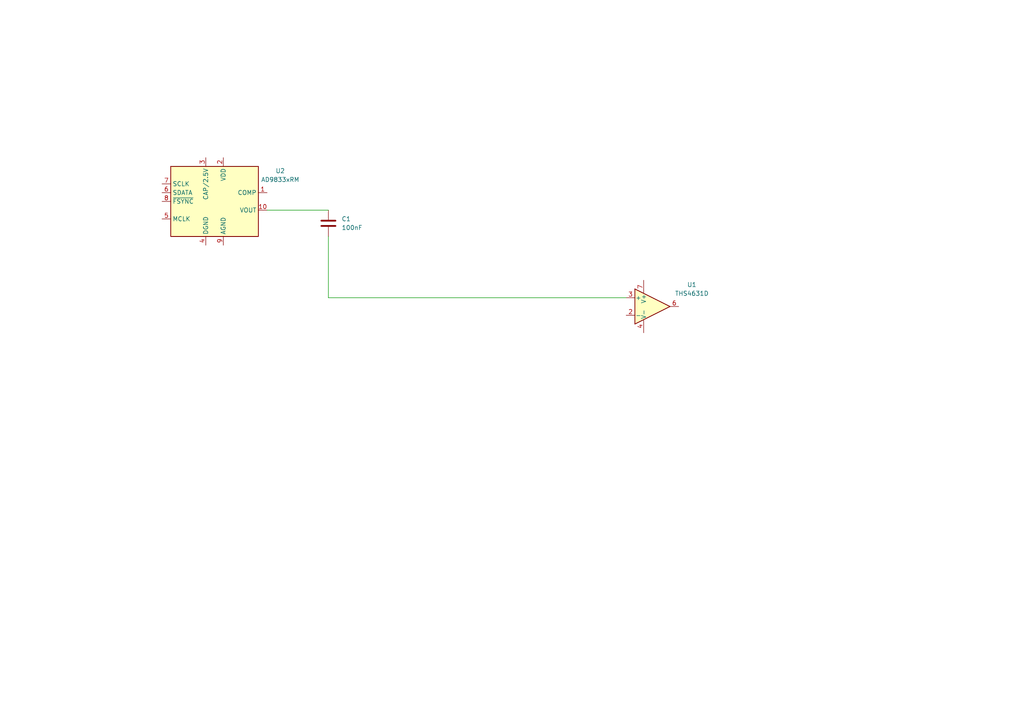
<source format=kicad_sch>
(kicad_sch (version 20231120) (generator "eeschema") (generator_version "8.0")
  (paper "A4")
  (lib_symbols
    (symbol "Amplifier_Operational:THS4631D" (pin_names (offset 0.127))
      (property "Reference" "U" (at 0 6.35 0))
      (property "Value" "THS4631D" (at 0 3.81 0))
      (symbol "THS4631D_0_1"
        (polyline (pts (xy -5.08 5.08) (xy 5.08 0) (xy -5.08 -5.08) (xy -5.08 5.08)) (stroke (width 0.254)) (fill (type background)))
      )
      (symbol "THS4631D_1_1"
        (pin no_connect line (at -2.54 2.54 270) (length 2.54) hide (name "NC") (number "1"))
        (pin input line (at -7.62 -2.54 0) (length 2.54) (name "-") (number "2"))
        (pin input line (at -7.62 2.54 0) (length 2.54) (name "+") (number "3"))
        (pin power_in line (at -2.54 -7.62 90) (length 3.81) (name "V-") (number "4"))
        (pin no_connect line (at 0 2.54 270) (length 2.54) hide (name "NC") (number "5"))
        (pin output line (at 7.62 0 180) (length 2.54) (name "~") (number "6"))
        (pin power_in line (at -2.54 7.62 270) (length 3.81) (name "V+") (number "7"))
        (pin no_connect line (at 0 -2.54 90) (length 2.54) hide (name "NC") (number "8"))
      )
    )
    (symbol "Device:C" (pin_numbers hide) (pin_names (offset 0.254))
      (property "Reference" "C" (at 0.635 2.54 0))
      (property "Value" "C" (at 0.635 -2.54 0))
      (symbol "C_0_1"
        (polyline (pts (xy -2.032 -0.762) (xy 2.032 -0.762)) (stroke (width 0.508)))
        (polyline (pts (xy -2.032 0.762) (xy 2.032 0.762)) (stroke (width 0.508)))
      )
      (symbol "C_1_1"
        (pin passive line (at 0 3.81 270) (length 2.794) (name "~") (number "1"))
        (pin passive line (at 0 -3.81 90) (length 2.794) (name "~") (number "2"))
      )
    )
    (symbol "Interface:AD9833xRM"
      (property "Reference" "U" (at -12.7 11.43 0))
      (property "Value" "AD9833xRM" (at 5.08 11.43 0))
      (symbol "AD9833xRM_0_1"
        (rectangle (start -12.7 10.16) (end 12.7 -10.16) (stroke (width 0.254)) (fill (type background)))
      )
      (symbol "AD9833xRM_1_1"
        (pin passive line (at 15.24 2.54 180) (length 2.54) (name "COMP") (number "1"))
        (pin output line (at 15.24 -2.54 180) (length 2.54) (name "VOUT") (number "10"))
        (pin power_in line (at 2.54 12.7 270) (length 2.54) (name "VDD") (number "2"))
        (pin power_in line (at -2.54 12.7 270) (length 2.54) (name "CAP/2.5V") (number "3"))
        (pin power_in line (at -2.54 -12.7 90) (length 2.54) (name "DGND") (number "4"))
        (pin input line (at -15.24 -5.08 0) (length 2.54) (name "MCLK") (number "5"))
        (pin input line (at -15.24 2.54 0) (length 2.54) (name "SDATA") (number "6"))
        (pin input line (at -15.24 5.08 0) (length 2.54) (name "SCLK") (number "7"))
        (pin input line (at -15.24 0 0) (length 2.54) (name "~{FSYNC}") (number "8"))
        (pin power_in line (at 2.54 -12.7 90) (length 2.54) (name "AGND") (number "9"))
      )
    )
  )
  (wire (pts (xy 95.25 68.58) (xy 95.25 86.36)))
  (wire (pts (xy 95.25 86.36) (xy 181.61 86.36)))
  (wire (pts (xy 77.47 60.96) (xy 95.25 60.96)))
  (symbol (lib_id "Amplifier_Operational:THS4631D") (at 189.23 88.9 0) (unit 1)
    (property "Reference" "U1" (at 200.66 82.5814 0))
    (property "Value" "THS4631D" (at 200.66 85.1214 0))
    (property "Footprint" "Package_SO:SOIC-8_3.9x4.9mm_P1.27mm" (effects (hide yes)))
    (property "Datasheet" "www.ti.com/lit/ds/symlink/ths4631.pdf" (effects (hide yes)))
    (property "Description" "Single High-voltage, High Slew Rate, Wideband, FET-input Operational Amplifier, SOIC-8" (effects (hide yes)))
  )
  (symbol (lib_id "Interface:AD9833xRM") (at 62.23 58.42 0) (unit 1)
    (property "Reference" "U2" (at 81.28 49.5614 0))
    (property "Value" "AD9833xRM" (at 81.28 52.1014 0))
    (property "Footprint" "Package_SO:MSOP-10_3x3mm_P0.5mm" (effects (hide yes)))
    (property "Datasheet" "https://www.analog.com/media/en/technical-documentation/data-sheets/ad9833.pdf" (effects (hide yes)))
    (property "Description" "10 bit 25 MHz Programmable Waveform Generator, 2.3V to 5.5V, 12.65mW, MSOP-10" (effects (hide yes)))
  )
  (symbol (lib_id "Device:C") (at 95.25 64.77 0) (unit 1)
    (property "Reference" "C1" (at 99.06 63.4999 0) (effects (justify left)))
    (property "Value" "100nF" (at 99.06 66.0399 0) (effects (justify left)))
    (property "Footprint" "Capacitor_THT:C_Axial_L3.8mm_D2.6mm_P7.50mm_Horizontal" (effects (hide yes)))
    (property "Description" "Unpolarized capacitor" (effects (hide yes)))
  )
)
</source>
